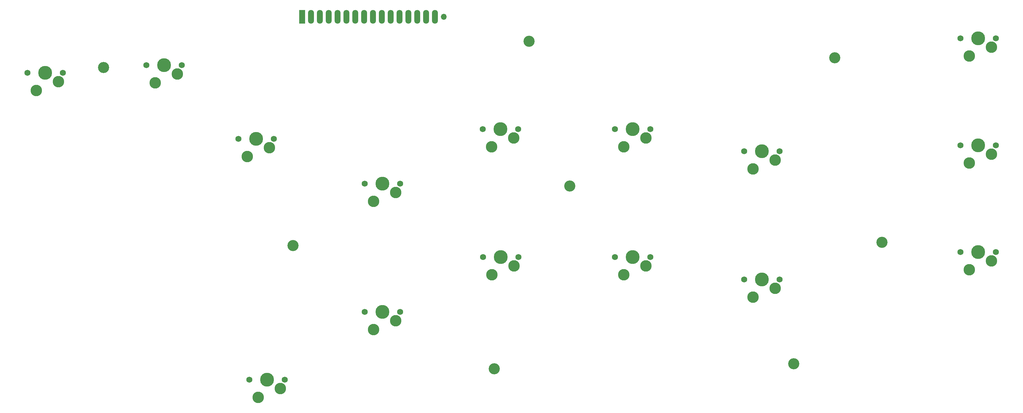
<source format=gbr>
%TF.GenerationSoftware,KiCad,Pcbnew,(7.0.0)*%
%TF.CreationDate,2023-03-03T17:09:00-06:00*%
%TF.ProjectId,Frosty,46726f73-7479-42e6-9b69-6361645f7063,rev?*%
%TF.SameCoordinates,Original*%
%TF.FileFunction,Soldermask,Top*%
%TF.FilePolarity,Negative*%
%FSLAX46Y46*%
G04 Gerber Fmt 4.6, Leading zero omitted, Abs format (unit mm)*
G04 Created by KiCad (PCBNEW (7.0.0)) date 2023-03-03 17:09:00*
%MOMM*%
%LPD*%
G01*
G04 APERTURE LIST*
%ADD10C,3.200000*%
%ADD11R,1.700000X4.000000*%
%ADD12O,1.700000X4.000000*%
%ADD13O,1.700000X1.700000*%
%ADD14C,1.750000*%
%ADD15C,3.987800*%
%ADD16C,3.300000*%
G04 APERTURE END LIST*
D10*
%TO.C,H8*%
X169100000Y-30540000D03*
%TD*%
%TO.C,H7*%
X270390000Y-88270000D03*
%TD*%
%TO.C,H6*%
X101430000Y-89220000D03*
%TD*%
%TO.C,H5*%
X180800000Y-72130000D03*
%TD*%
%TO.C,H4*%
X256810000Y-35270000D03*
%TD*%
%TO.C,H3*%
X159140000Y-124600000D03*
%TD*%
%TO.C,H2*%
X245100000Y-123120000D03*
%TD*%
%TO.C,H1*%
X47080000Y-38070000D03*
%TD*%
D11*
%TO.C,J1*%
X103981249Y-23470824D03*
D12*
X106521249Y-23470824D03*
X109061249Y-23470824D03*
X111601249Y-23470824D03*
X114141249Y-23470824D03*
X116681249Y-23470824D03*
X119221249Y-23470824D03*
X121761249Y-23470824D03*
X124301249Y-23470824D03*
X126841249Y-23470824D03*
X129381249Y-23470824D03*
X131921249Y-23470824D03*
X134461249Y-23470824D03*
X137001249Y-23470824D03*
X139541249Y-23470824D03*
X142081249Y-23470824D03*
D13*
X144621249Y-23470824D03*
%TD*%
D14*
%TO.C,SW21*%
X230823300Y-98894500D03*
D15*
X235903300Y-98894500D03*
D14*
X240983300Y-98894500D03*
%TD*%
%TO.C,SW30*%
X88904300Y-127726700D03*
D15*
X93984300Y-127726700D03*
D14*
X99064300Y-127726700D03*
%TD*%
%TO.C,SW4*%
X59292110Y-37355820D03*
D15*
X64372110Y-37355820D03*
D14*
X69452110Y-37355820D03*
%TD*%
%TO.C,SW8*%
X121947260Y-71422430D03*
D15*
X127027260Y-71422430D03*
D14*
X132107260Y-71422430D03*
%TD*%
%TO.C,SW9*%
X155872730Y-55753730D03*
D15*
X160952730Y-55753730D03*
D14*
X166032730Y-55753730D03*
%TD*%
%TO.C,SW25*%
X292888400Y-60431600D03*
D15*
X297968400Y-60431600D03*
D14*
X303048400Y-60431600D03*
%TD*%
%TO.C,SW16*%
X121976600Y-108199000D03*
D15*
X127056600Y-108199000D03*
D14*
X132136600Y-108199000D03*
%TD*%
%TO.C,SW6*%
X85729300Y-58582400D03*
D15*
X90809300Y-58582400D03*
D14*
X95889300Y-58582400D03*
%TD*%
%TO.C,SW12*%
X193766900Y-55753200D03*
D15*
X198846900Y-55753200D03*
D14*
X203926900Y-55753200D03*
%TD*%
%TO.C,SW14*%
X230813900Y-62127900D03*
D15*
X235893900Y-62127900D03*
D14*
X240973900Y-62127900D03*
%TD*%
%TO.C,SW24*%
X292887300Y-29672400D03*
D15*
X297967300Y-29672400D03*
D14*
X303047300Y-29672400D03*
%TD*%
%TO.C,SW18*%
X155902100Y-92530300D03*
D15*
X160982100Y-92530300D03*
D14*
X166062100Y-92530300D03*
%TD*%
%TO.C,SW20*%
X193796300Y-92529800D03*
D15*
X198876300Y-92529800D03*
D14*
X203956300Y-92529800D03*
%TD*%
%TO.C,SW28*%
X292887300Y-91044600D03*
D15*
X297967300Y-91044600D03*
D14*
X303047300Y-91044600D03*
%TD*%
%TO.C,SW1*%
X25190220Y-39589750D03*
D15*
X30270220Y-39589750D03*
D14*
X35350220Y-39589750D03*
%TD*%
%TO.C,SW5*%
X85729300Y-58582400D03*
D15*
X90809300Y-58582400D03*
D14*
X95889300Y-58582400D03*
D16*
X94619300Y-61122400D03*
X88269300Y-63662400D03*
%TD*%
D14*
%TO.C,SW17*%
X155902100Y-92530300D03*
D15*
X160982100Y-92530300D03*
D14*
X166062100Y-92530300D03*
D16*
X164792100Y-95070300D03*
X158442100Y-97610300D03*
%TD*%
D14*
%TO.C,SW2*%
X25190220Y-39589750D03*
D15*
X30270220Y-39589750D03*
D14*
X35350220Y-39589750D03*
D16*
X34080220Y-42129750D03*
X27730220Y-44669750D03*
%TD*%
D14*
%TO.C,SW23*%
X292887300Y-29672400D03*
D15*
X297967300Y-29672400D03*
D14*
X303047300Y-29672400D03*
D16*
X301777300Y-32212400D03*
X295427300Y-34752400D03*
%TD*%
D14*
%TO.C,SW10*%
X155872730Y-55753730D03*
D15*
X160952730Y-55753730D03*
D14*
X166032730Y-55753730D03*
D16*
X164762730Y-58293730D03*
X158412730Y-60833730D03*
%TD*%
D14*
%TO.C,SW22*%
X230823300Y-98894500D03*
D15*
X235903300Y-98894500D03*
D14*
X240983300Y-98894500D03*
D16*
X239713300Y-101434500D03*
X233363300Y-103974500D03*
%TD*%
D14*
%TO.C,SW26*%
X292888400Y-60431600D03*
D15*
X297968400Y-60431600D03*
D14*
X303048400Y-60431600D03*
D16*
X301778400Y-62971600D03*
X295428400Y-65511600D03*
%TD*%
D14*
%TO.C,SW11*%
X193766900Y-55753200D03*
D15*
X198846900Y-55753200D03*
D14*
X203926900Y-55753200D03*
D16*
X202656900Y-58293200D03*
X196306900Y-60833200D03*
%TD*%
D14*
%TO.C,SW15*%
X121976600Y-108199000D03*
D15*
X127056600Y-108199000D03*
D14*
X132136600Y-108199000D03*
D16*
X130866600Y-110739000D03*
X124516600Y-113279000D03*
%TD*%
D14*
%TO.C,SW3*%
X59292110Y-37355820D03*
D15*
X64372110Y-37355820D03*
D14*
X69452110Y-37355820D03*
D16*
X68182110Y-39895820D03*
X61832110Y-42435820D03*
%TD*%
D14*
%TO.C,SW29*%
X88904300Y-127726700D03*
D15*
X93984300Y-127726700D03*
D14*
X99064300Y-127726700D03*
D16*
X97794300Y-130266700D03*
X91444300Y-132806700D03*
%TD*%
D14*
%TO.C,SW19*%
X193796300Y-92529800D03*
D15*
X198876300Y-92529800D03*
D14*
X203956300Y-92529800D03*
D16*
X202686300Y-95069800D03*
X196336300Y-97609800D03*
%TD*%
D14*
%TO.C,SW7*%
X121947260Y-71422430D03*
D15*
X127027260Y-71422430D03*
D14*
X132107260Y-71422430D03*
D16*
X130837260Y-73962430D03*
X124487260Y-76502430D03*
%TD*%
D14*
%TO.C,SW27*%
X292887300Y-91044600D03*
D15*
X297967300Y-91044600D03*
D14*
X303047300Y-91044600D03*
D16*
X301777300Y-93584600D03*
X295427300Y-96124600D03*
%TD*%
D14*
%TO.C,SW13*%
X230813900Y-62127900D03*
D15*
X235893900Y-62127900D03*
D14*
X240973900Y-62127900D03*
D16*
X239703900Y-64667900D03*
X233353900Y-67207900D03*
%TD*%
M02*

</source>
